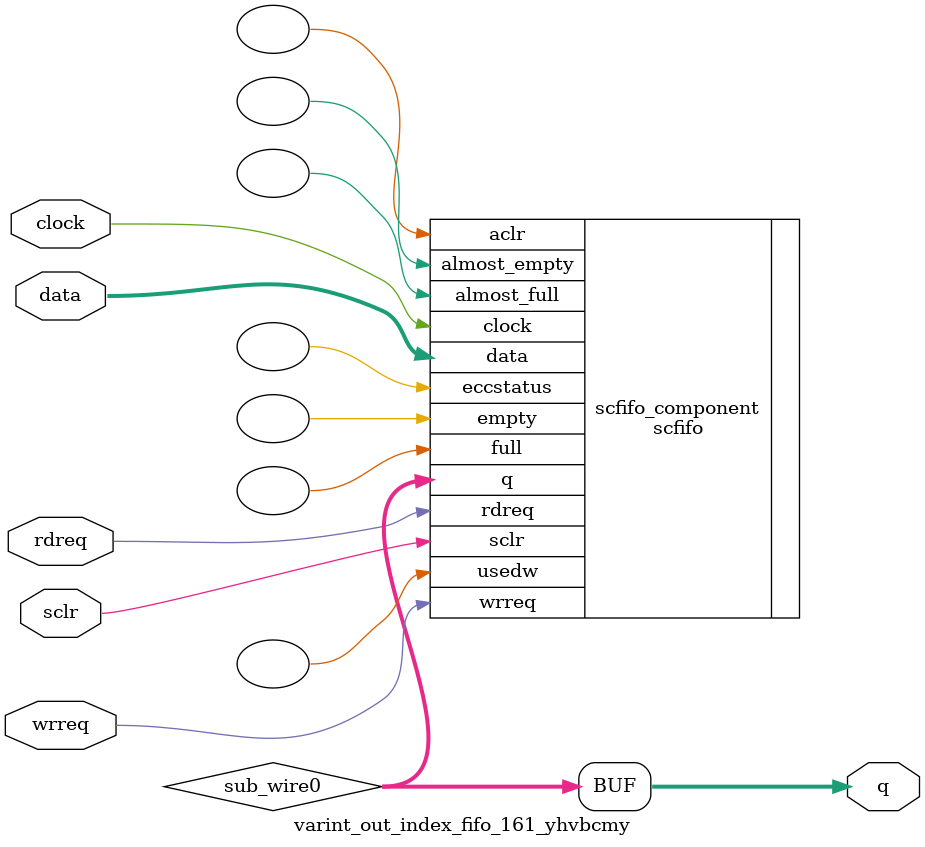
<source format=v>



`timescale 1 ps / 1 ps
// synopsys translate_on
module  varint_out_index_fifo_161_yhvbcmy  (
    clock,
    data,
    rdreq,
    sclr,
    wrreq,
    q);

    input    clock;
    input  [9:0]  data;
    input    rdreq;
    input    sclr;
    input    wrreq;
    output [9:0]  q;

    wire [9:0] sub_wire0;
    wire [9:0] q = sub_wire0[9:0];

    scfifo  scfifo_component (
                .clock (clock),
                .data (data),
                .rdreq (rdreq),
                .sclr (sclr),
                .wrreq (wrreq),
                .q (sub_wire0),
                .aclr (),
                .almost_empty (),
                .almost_full (),
                .eccstatus (),
                .empty (),
                .full (),
                .usedw ());
    defparam
        scfifo_component.add_ram_output_register  = "ON",
        scfifo_component.enable_ecc  = "FALSE",
        scfifo_component.intended_device_family  = "Arria 10",
        scfifo_component.lpm_numwords  = 4096,
        scfifo_component.lpm_showahead  = "OFF",
        scfifo_component.lpm_type  = "scfifo",
        scfifo_component.lpm_width  = 10,
        scfifo_component.lpm_widthu  = 12,
        scfifo_component.overflow_checking  = "ON",
        scfifo_component.underflow_checking  = "ON",
        scfifo_component.use_eab  = "ON";


endmodule



</source>
